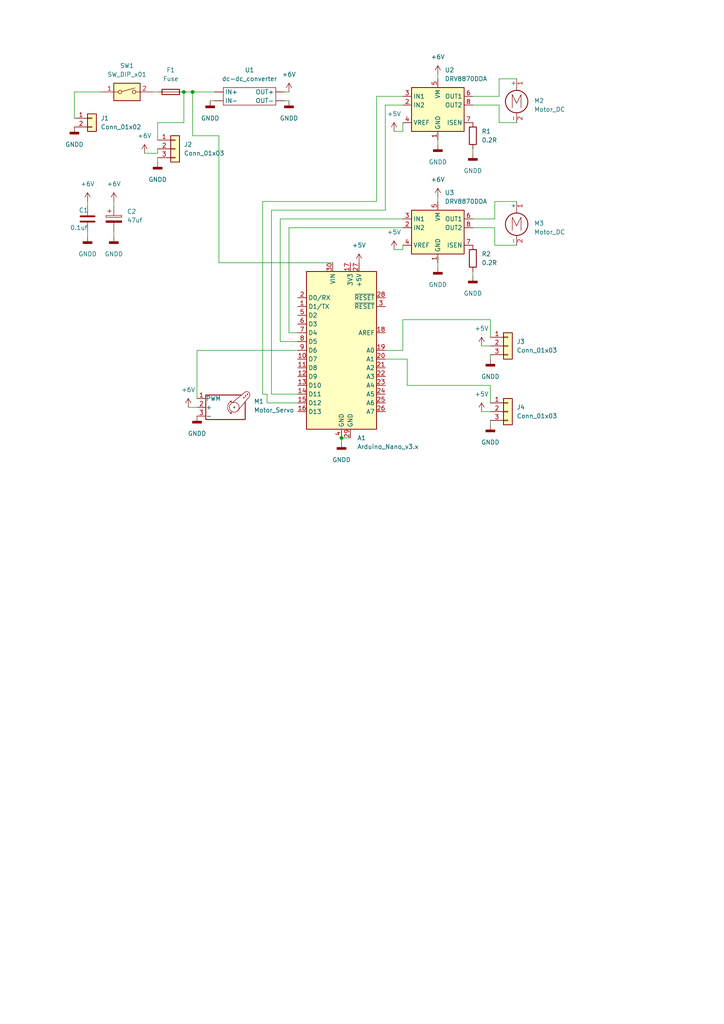
<source format=kicad_sch>
(kicad_sch (version 20211123) (generator eeschema)
  (paper "A4" portrait)
  (lib_symbols
    (symbol "Connector_Generic:Conn_01x02" (pin_names (offset 1.016) hide)
      (property "Reference" "J" (at 0 2.54 0))
      (property "Value" "Conn_01x02" (at 0 -5.08 0))
      (symbol "Conn_01x02_1_1"
        (rectangle (start -1.27 -2.413) (end 0 -2.667) (stroke (width 0.1524)))
        (rectangle (start -1.27 0.127) (end 0 -0.127) (stroke (width 0.1524)))
        (rectangle (start -1.27 1.27) (end 1.27 -3.81) (stroke (width 0.254)) (fill (type background)))
        (pin passive line (at -5.08 0 0) (length 3.81) (name "Pin_1") (number "1"))
        (pin passive line (at -5.08 -2.54 0) (length 3.81) (name "Pin_2") (number "2"))
      )
    )
    (symbol "Connector_Generic:Conn_01x03" (pin_names (offset 1.016) hide)
      (property "Reference" "J" (at 0 5.08 0))
      (property "Value" "Conn_01x03" (at 0 -5.08 0))
      (symbol "Conn_01x03_1_1"
        (rectangle (start -1.27 -2.413) (end 0 -2.667) (stroke (width 0.1524)))
        (rectangle (start -1.27 0.127) (end 0 -0.127) (stroke (width 0.1524)))
        (rectangle (start -1.27 2.667) (end 0 2.413) (stroke (width 0.1524)))
        (rectangle (start -1.27 3.81) (end 1.27 -3.81) (stroke (width 0.254)) (fill (type background)))
        (pin passive line (at -5.08 2.54 0) (length 3.81) (name "Pin_1") (number "1"))
        (pin passive line (at -5.08 0 0) (length 3.81) (name "Pin_2") (number "2"))
        (pin passive line (at -5.08 -2.54 0) (length 3.81) (name "Pin_3") (number "3"))
      )
    )
    (symbol "Device:C" (pin_numbers hide) (pin_names (offset 0.254))
      (property "Reference" "C" (at 0.635 2.54 0))
      (property "Value" "C" (at 0.635 -2.54 0))
      (symbol "C_0_1"
        (polyline (pts (xy -2.032 -0.762) (xy 2.032 -0.762)) (stroke (width 0.508)))
        (polyline (pts (xy -2.032 0.762) (xy 2.032 0.762)) (stroke (width 0.508)))
      )
      (symbol "C_1_1"
        (pin passive line (at 0 3.81 270) (length 2.794) (name "~") (number "1"))
        (pin passive line (at 0 -3.81 90) (length 2.794) (name "~") (number "2"))
      )
    )
    (symbol "Device:C_Polarized" (pin_numbers hide) (pin_names (offset 0.254))
      (property "Reference" "C" (at 0.635 2.54 0))
      (property "Value" "C_Polarized" (at 0.635 -2.54 0))
      (symbol "C_Polarized_0_1"
        (rectangle (start -2.286 0.508) (end 2.286 1.016))
        (polyline (pts (xy -1.778 2.286) (xy -0.762 2.286)))
        (polyline (pts (xy -1.27 2.794) (xy -1.27 1.778)))
        (rectangle (start 2.286 -0.508) (end -2.286 -1.016) (fill (type outline)))
      )
      (symbol "C_Polarized_1_1"
        (pin passive line (at 0 3.81 270) (length 2.794) (name "~") (number "1"))
        (pin passive line (at 0 -3.81 90) (length 2.794) (name "~") (number "2"))
      )
    )
    (symbol "Device:Fuse" (pin_numbers hide) (pin_names (offset 0))
      (property "Reference" "F" (at 2.032 0 90))
      (property "Value" "Fuse" (at -1.905 0 90))
      (symbol "Fuse_0_1"
        (rectangle (start -0.762 -2.54) (end 0.762 2.54) (stroke (width 0.254)))
        (polyline (pts (xy 0 2.54) (xy 0 -2.54)))
      )
      (symbol "Fuse_1_1"
        (pin passive line (at 0 3.81 270) (length 1.27) (name "~") (number "1"))
        (pin passive line (at 0 -3.81 90) (length 1.27) (name "~") (number "2"))
      )
    )
    (symbol "Device:R" (pin_numbers hide) (pin_names (offset 0))
      (property "Reference" "R" (at 2.032 0 90))
      (property "Value" "R" (at 0 0 90))
      (symbol "R_0_1"
        (rectangle (start -1.016 -2.54) (end 1.016 2.54) (stroke (width 0.254)))
      )
      (symbol "R_1_1"
        (pin passive line (at 0 3.81 270) (length 1.27) (name "~") (number "1"))
        (pin passive line (at 0 -3.81 90) (length 1.27) (name "~") (number "2"))
      )
    )
    (symbol "Driver_Motor:DRV8870DDA"
      (property "Reference" "U" (at -6.35 6.35 0))
      (property "Value" "DRV8870DDA" (at 8.89 6.35 0))
      (symbol "DRV8870DDA_0_1"
        (rectangle (start -7.62 5.08) (end 7.62 -7.62) (stroke (width 0.254)) (fill (type background)))
      )
      (symbol "DRV8870DDA_1_1"
        (pin power_in line (at 0 -10.16 90) (length 2.54) (name "GND") (number "1"))
        (pin input line (at -10.16 0 0) (length 2.54) (name "IN2") (number "2"))
        (pin input line (at -10.16 2.54 0) (length 2.54) (name "IN1") (number "3"))
        (pin input line (at -10.16 -5.08 0) (length 2.54) (name "VREF") (number "4"))
        (pin power_in line (at 0 7.62 270) (length 2.54) (name "VM") (number "5"))
        (pin output line (at 10.16 2.54 180) (length 2.54) (name "OUT1") (number "6"))
        (pin passive line (at 10.16 -5.08 180) (length 2.54) (name "ISEN") (number "7"))
        (pin output line (at 10.16 0 180) (length 2.54) (name "OUT2") (number "8"))
        (pin passive line (at 0 -10.16 90) (length 2.54) hide (name "GND") (number "9"))
      )
    )
    (symbol "MCU_Module:Arduino_Nano_v3.x"
      (property "Reference" "A" (at -10.16 23.495 0))
      (property "Value" "Arduino_Nano_v3.x" (at 5.08 -24.13 0))
      (symbol "Arduino_Nano_v3.x_0_1"
        (rectangle (start -10.16 22.86) (end 10.16 -22.86) (stroke (width 0.254)) (fill (type background)))
      )
      (symbol "Arduino_Nano_v3.x_1_1"
        (pin bidirectional line (at -12.7 12.7 0) (length 2.54) (name "D1/TX") (number "1"))
        (pin bidirectional line (at -12.7 -2.54 0) (length 2.54) (name "D7") (number "10"))
        (pin bidirectional line (at -12.7 -5.08 0) (length 2.54) (name "D8") (number "11"))
        (pin bidirectional line (at -12.7 -7.62 0) (length 2.54) (name "D9") (number "12"))
        (pin bidirectional line (at -12.7 -10.16 0) (length 2.54) (name "D10") (number "13"))
        (pin bidirectional line (at -12.7 -12.7 0) (length 2.54) (name "D11") (number "14"))
        (pin bidirectional line (at -12.7 -15.24 0) (length 2.54) (name "D12") (number "15"))
        (pin bidirectional line (at -12.7 -17.78 0) (length 2.54) (name "D13") (number "16"))
        (pin power_out line (at 2.54 25.4 270) (length 2.54) (name "3V3") (number "17"))
        (pin input line (at 12.7 5.08 180) (length 2.54) (name "AREF") (number "18"))
        (pin bidirectional line (at 12.7 0 180) (length 2.54) (name "A0") (number "19"))
        (pin bidirectional line (at -12.7 15.24 0) (length 2.54) (name "D0/RX") (number "2"))
        (pin bidirectional line (at 12.7 -2.54 180) (length 2.54) (name "A1") (number "20"))
        (pin bidirectional line (at 12.7 -5.08 180) (length 2.54) (name "A2") (number "21"))
        (pin bidirectional line (at 12.7 -7.62 180) (length 2.54) (name "A3") (number "22"))
        (pin bidirectional line (at 12.7 -10.16 180) (length 2.54) (name "A4") (number "23"))
        (pin bidirectional line (at 12.7 -12.7 180) (length 2.54) (name "A5") (number "24"))
        (pin bidirectional line (at 12.7 -15.24 180) (length 2.54) (name "A6") (number "25"))
        (pin bidirectional line (at 12.7 -17.78 180) (length 2.54) (name "A7") (number "26"))
        (pin power_out line (at 5.08 25.4 270) (length 2.54) (name "+5V") (number "27"))
        (pin input line (at 12.7 15.24 180) (length 2.54) (name "~{RESET}") (number "28"))
        (pin power_in line (at 2.54 -25.4 90) (length 2.54) (name "GND") (number "29"))
        (pin input line (at 12.7 12.7 180) (length 2.54) (name "~{RESET}") (number "3"))
        (pin power_in line (at -2.54 25.4 270) (length 2.54) (name "VIN") (number "30"))
        (pin power_in line (at 0 -25.4 90) (length 2.54) (name "GND") (number "4"))
        (pin bidirectional line (at -12.7 10.16 0) (length 2.54) (name "D2") (number "5"))
        (pin bidirectional line (at -12.7 7.62 0) (length 2.54) (name "D3") (number "6"))
        (pin bidirectional line (at -12.7 5.08 0) (length 2.54) (name "D4") (number "7"))
        (pin bidirectional line (at -12.7 2.54 0) (length 2.54) (name "D5") (number "8"))
        (pin bidirectional line (at -12.7 0 0) (length 2.54) (name "D6") (number "9"))
      )
    )
    (symbol "Motor:Motor_DC" (pin_names (offset 0))
      (property "Reference" "M" (at 2.54 2.54 0))
      (property "Value" "Motor_DC" (at 2.54 -5.08 0))
      (symbol "Motor_DC_0_0"
        (polyline (pts (xy -1.27 -3.302) (xy -1.27 0.508) (xy 0 -2.032) (xy 1.27 0.508) (xy 1.27 -3.302)))
      )
      (symbol "Motor_DC_0_1"
        (circle (center 0 -1.524) (radius 3.2512) (stroke (width 0.254)))
        (polyline (pts (xy 0 -7.62) (xy 0 -7.112)))
        (polyline (pts (xy 0 -4.7752) (xy 0 -5.1816)))
        (polyline (pts (xy 0 1.7272) (xy 0 2.0828)))
        (polyline (pts (xy 0 2.032) (xy 0 2.54)))
      )
      (symbol "Motor_DC_1_1"
        (pin passive line (at 0 5.08 270) (length 2.54) (name "+") (number "1"))
        (pin passive line (at 0 -7.62 90) (length 2.54) (name "-") (number "2"))
      )
    )
    (symbol "Motor:Motor_Servo" (pin_names (offset 0.0254))
      (property "Reference" "M" (at -5.08 4.445 0))
      (property "Value" "Motor_Servo" (at -5.08 -4.064 0))
      (symbol "Motor_Servo_0_1"
        (polyline (pts (xy 2.413 -1.778) (xy 2.032 -1.778)))
        (polyline (pts (xy 2.413 -1.778) (xy 2.286 -1.397)))
        (polyline (pts (xy 2.413 1.778) (xy 1.905 1.778)))
        (polyline (pts (xy 2.413 1.778) (xy 2.286 1.397)))
        (polyline (pts (xy 6.35 4.445) (xy 2.54 1.27)))
        (polyline (pts (xy 7.62 3.175) (xy 4.191 -1.016)))
        (polyline (pts (xy 5.08 3.556) (xy -5.08 3.556) (xy -5.08 -3.556) (xy 6.35 -3.556) (xy 6.35 1.524)) (stroke (width 0.254)))
        (arc (start 2.413 1.778) (mid 1.2406 0) (end 2.413 -1.778))
        (circle (center 3.175 0) (radius 0.1778))
        (circle (center 3.175 0) (radius 1.4224))
        (circle (center 5.969 2.794) (radius 0.127))
        (circle (center 6.477 3.302) (radius 0.127))
        (circle (center 6.985 3.81) (radius 0.127))
        (arc (start 7.62 3.175) (mid 7.4485 4.2735) (end 6.35 4.445))
      )
      (symbol "Motor_Servo_1_1"
        (pin passive line (at -7.62 2.54 0) (length 2.54) (name "PWM") (number "1"))
        (pin passive line (at -7.62 0 0) (length 2.54) (name "+") (number "2"))
        (pin passive line (at -7.62 -2.54 0) (length 2.54) (name "-") (number "3"))
      )
    )
    (symbol "Switch:SW_DIP_x01" (pin_names (offset 0) hide)
      (property "Reference" "SW" (at 0 3.81 0))
      (property "Value" "SW_DIP_x01" (at 0 -3.81 0))
      (symbol "SW_DIP_x01_0_0"
        (circle (center -2.032 0) (radius 0.508))
        (polyline (pts (xy -1.524 0.127) (xy 2.3622 1.1684)))
        (circle (center 2.032 0) (radius 0.508))
      )
      (symbol "SW_DIP_x01_0_1"
        (rectangle (start -3.81 2.54) (end 3.81 -2.54) (stroke (width 0.254)) (fill (type background)))
      )
      (symbol "SW_DIP_x01_1_1"
        (pin passive line (at -7.62 0 0) (length 5.08) (name "~") (number "1"))
        (pin passive line (at 7.62 0 180) (length 5.08) (name "~") (number "2"))
      )
    )
    (symbol "power:+5V" (power) (pin_names (offset 0))
      (property "Value" "+5V" (at 0 3.556 0))
      (symbol "+5V_0_1"
        (polyline (pts (xy -0.762 1.27) (xy 0 2.54)))
        (polyline (pts (xy 0 0) (xy 0 2.54)))
        (polyline (pts (xy 0 2.54) (xy 0.762 1.27)))
      )
      (symbol "+5V_1_1"
        (pin power_in line (at 0 0 90) (length 0) hide (name "+5V") (number "1"))
      )
    )
    (symbol "power:+6V" (power) (pin_names (offset 0))
      (property "Value" "+6V" (at 0 3.556 0))
      (symbol "+6V_0_1"
        (polyline (pts (xy -0.762 1.27) (xy 0 2.54)))
        (polyline (pts (xy 0 0) (xy 0 2.54)))
        (polyline (pts (xy 0 2.54) (xy 0.762 1.27)))
      )
      (symbol "+6V_1_1"
        (pin power_in line (at 0 0 90) (length 0) hide (name "+6V") (number "1"))
      )
    )
    (symbol "power:GNDD" (power) (pin_names (offset 0))
      (property "Value" "GNDD" (at 0 -3.175 0))
      (symbol "GNDD_0_1"
        (rectangle (start -1.27 -1.524) (end 1.27 -2.032) (stroke (width 0.254)) (fill (type outline)))
        (polyline (pts (xy 0 0) (xy 0 -1.524)))
      )
      (symbol "GNDD_1_1"
        (pin power_in line (at 0 0 270) (length 0) hide (name "GNDD") (number "1"))
      )
    )
    (symbol "predprof:dc-dc_converter"
      (property "Reference" "U" (at 0 0 0))
      (property "Value" "dc-dc_converter" (at 0 0 0))
      (symbol "dc-dc_converter_0_1"
        (rectangle (start -7.62 -7.62) (end 7.62 -2.54))
      )
      (symbol "dc-dc_converter_1_1"
        (pin input line (at -10.16 -3.81 0) (length 2.54) (name "IN+") (number ""))
        (pin input line (at -10.16 -6.35 0) (length 2.54) (name "IN-") (number ""))
        (pin output line (at 10.16 -3.81 180) (length 2.54) (name "OUT+") (number ""))
        (pin output line (at 10.16 -6.35 180) (length 2.54) (name "OUT-") (number ""))
      )
    )
  )
  (junction (at 99.06 127))
  (junction (at 55.88 26.67))
  (junction (at 53.34 26.67))
  (wire (pts (xy 76.2 114.3) (xy 77.47 114.3)))
  (wire (pts (xy 142.24 121.92) (xy 142.24 123.19)))
  (wire (pts (xy 111.76 60.96) (xy 78.74 60.96)))
  (wire (pts (xy 63.5 76.2) (xy 63.5 39.37)))
  (wire (pts (xy 33.02 67.31) (xy 33.02 68.58)))
  (wire (pts (xy 142.24 92.71) (xy 116.84 92.71)))
  (wire (pts (xy 116.84 35.56) (xy 116.84 38.1)))
  (wire (pts (xy 142.24 97.79) (xy 142.24 92.71)))
  (wire (pts (xy 127 21.59) (xy 127 22.86)))
  (wire (pts (xy 57.15 101.6) (xy 86.36 101.6)))
  (wire (pts (xy 55.88 26.67) (xy 62.23 26.67)))
  (wire (pts (xy 142.24 116.84) (xy 142.24 111.76)))
  (wire (pts (xy 143.51 66.04) (xy 143.51 71.12)))
  (wire (pts (xy 116.84 72.39) (xy 114.3 72.39)))
  (wire (pts (xy 96.52 76.2) (xy 63.5 76.2)))
  (wire (pts (xy 21.59 26.67) (xy 29.21 26.67)))
  (wire (pts (xy 81.28 63.5) (xy 81.28 99.06)))
  (wire (pts (xy 137.16 27.94) (xy 144.78 27.94)))
  (wire (pts (xy 142.24 111.76) (xy 118.11 111.76)))
  (wire (pts (xy 86.36 114.3) (xy 78.74 114.3)))
  (wire (pts (xy 127 57.15) (xy 127 58.42)))
  (wire (pts (xy 99.06 128.27) (xy 99.06 127)))
  (wire (pts (xy 57.15 101.6) (xy 57.15 115.57)))
  (wire (pts (xy 139.7 119.38) (xy 142.24 119.38)))
  (wire (pts (xy 116.84 66.04) (xy 83.82 66.04)))
  (wire (pts (xy 45.72 26.67) (xy 44.45 26.67)))
  (wire (pts (xy 127 41.91) (xy 127 40.64)))
  (wire (pts (xy 25.4 58.42) (xy 25.4 59.69)))
  (wire (pts (xy 76.2 58.42) (xy 76.2 114.3)))
  (wire (pts (xy 137.16 30.48) (xy 144.78 30.48)))
  (wire (pts (xy 144.78 22.86) (xy 149.86 22.86)))
  (wire (pts (xy 127 77.47) (xy 127 76.2)))
  (wire (pts (xy 116.84 71.12) (xy 116.84 72.39)))
  (wire (pts (xy 116.84 38.1) (xy 114.3 38.1)))
  (wire (pts (xy 45.72 44.45) (xy 45.72 43.18)))
  (wire (pts (xy 78.74 60.96) (xy 78.74 114.3)))
  (wire (pts (xy 33.02 58.42) (xy 33.02 59.69)))
  (wire (pts (xy 99.06 127) (xy 101.6 127)))
  (wire (pts (xy 21.59 26.67) (xy 21.59 34.29)))
  (wire (pts (xy 54.61 118.11) (xy 57.15 118.11)))
  (wire (pts (xy 137.16 44.45) (xy 137.16 43.18)))
  (wire (pts (xy 116.84 63.5) (xy 81.28 63.5)))
  (wire (pts (xy 118.11 104.14) (xy 111.76 104.14)))
  (wire (pts (xy 83.82 26.67) (xy 82.55 26.67)))
  (wire (pts (xy 118.11 104.14) (xy 118.11 111.76)))
  (wire (pts (xy 81.28 99.06) (xy 86.36 99.06)))
  (wire (pts (xy 25.4 67.31) (xy 25.4 68.58)))
  (wire (pts (xy 144.78 35.56) (xy 149.86 35.56)))
  (wire (pts (xy 137.16 63.5) (xy 143.51 63.5)))
  (wire (pts (xy 143.51 63.5) (xy 143.51 58.42)))
  (wire (pts (xy 116.84 30.48) (xy 111.76 30.48)))
  (wire (pts (xy 116.84 92.71) (xy 116.84 101.6)))
  (wire (pts (xy 77.47 116.84) (xy 86.36 116.84)))
  (wire (pts (xy 142.24 104.14) (xy 142.24 102.87)))
  (wire (pts (xy 137.16 66.04) (xy 143.51 66.04)))
  (wire (pts (xy 116.84 101.6) (xy 111.76 101.6)))
  (wire (pts (xy 109.22 58.42) (xy 76.2 58.42)))
  (wire (pts (xy 109.22 27.94) (xy 109.22 58.42)))
  (wire (pts (xy 143.51 71.12) (xy 149.86 71.12)))
  (wire (pts (xy 139.7 100.33) (xy 142.24 100.33)))
  (wire (pts (xy 53.34 35.56) (xy 53.34 26.67)))
  (wire (pts (xy 63.5 39.37) (xy 55.88 39.37)))
  (wire (pts (xy 45.72 46.99) (xy 45.72 45.72)))
  (wire (pts (xy 143.51 58.42) (xy 149.86 58.42)))
  (wire (pts (xy 116.84 27.94) (xy 109.22 27.94)))
  (wire (pts (xy 77.47 114.3) (xy 77.47 116.84)))
  (wire (pts (xy 137.16 80.01) (xy 137.16 78.74)))
  (wire (pts (xy 45.72 40.64) (xy 45.72 35.56)))
  (wire (pts (xy 111.76 30.48) (xy 111.76 60.96)))
  (wire (pts (xy 83.82 29.21) (xy 82.55 29.21)))
  (wire (pts (xy 144.78 27.94) (xy 144.78 22.86)))
  (wire (pts (xy 144.78 30.48) (xy 144.78 35.56)))
  (wire (pts (xy 45.72 35.56) (xy 53.34 35.56)))
  (wire (pts (xy 60.96 29.21) (xy 62.23 29.21)))
  (wire (pts (xy 53.34 26.67) (xy 55.88 26.67)))
  (wire (pts (xy 83.82 96.52) (xy 86.36 96.52)))
  (wire (pts (xy 83.82 66.04) (xy 83.82 96.52)))
  (wire (pts (xy 41.91 44.45) (xy 45.72 44.45)))
  (wire (pts (xy 55.88 26.67) (xy 55.88 39.37)))
  (symbol (lib_id "Driver_Motor:DRV8870DDA") (at 127 66.04 0) (unit 1)
    (property "Reference" "U3" (at 129.0194 55.88 0) (effects (justify left)))
    (property "Value" "DRV8870DDA" (at 129.0194 58.42 0) (effects (justify left)))
    (property "Footprint" "Package_SO:HSOP-8-1EP_3.9x4.9mm_P1.27mm_EP2.3x2.3mm" (effects hide))
    (property "Datasheet" "http://www.ti.com/lit/ds/symlink/drv8870.pdf" (effects hide))
  )
  (symbol (lib_id "Device:Fuse") (at 49.53 26.67 270) (unit 1)
    (property "Reference" "F1" (at 49.53 20.32 90))
    (property "Value" "Fuse" (at 49.53 22.86 90))
    (property "Footprint" "Fuse:Fuse_1812_4532Metric_Pad1.30x3.40mm_HandSolder" (effects hide))
  )
  (symbol (lib_id "power:GNDD") (at 45.72 46.99 0) (unit 1)
    (property "Reference" "#PWR07" (effects hide))
    (property "Value" "GNDD" (at 45.72 52.07 0))
  )
  (symbol (lib_id "Motor:Motor_Servo") (at 64.77 118.11 0) (unit 1)
    (property "Reference" "M1" (at 73.66 116.4065 0) (effects (justify left)))
    (property "Value" "Motor_Servo" (at 73.66 118.9465 0) (effects (justify left)))
    (property "Footprint" "Connector_PinHeader_2.54mm:PinHeader_1x03_P2.54mm_Vertical" (effects hide))
    (property "Datasheet" "http://forums.parallax.com/uploads/attachments/46831/74481.png" (effects hide))
  )
  (symbol (lib_id "power:+5V") (at 104.14 76.2 0) (unit 1)
    (property "Reference" "#PWR014" (effects hide))
    (property "Value" "+5V" (at 104.14 71.12 0))
  )
  (symbol (lib_id "power:GNDD") (at 60.96 29.21 0) (unit 1)
    (property "Reference" "#PWR010" (effects hide))
    (property "Value" "GNDD" (at 60.96 34.29 0))
  )
  (symbol (lib_id "Device:R") (at 137.16 39.37 0) (unit 1)
    (property "Reference" "R1" (at 139.7 38.0999 0) (effects (justify left)))
    (property "Value" "0.2R" (at 139.7 40.6399 0) (effects (justify left)))
    (property "Footprint" "Resistor_SMD:R_2512_6332Metric" (effects hide))
  )
  (symbol (lib_id "power:+6V") (at 25.4 58.42 0) (unit 1)
    (property "Reference" "#PWR02" (effects hide))
    (property "Value" "+6V" (at 25.4 53.34 0))
  )
  (symbol (lib_id "power:GNDD") (at 33.02 68.58 0) (unit 1)
    (property "Reference" "#PWR05" (effects hide))
    (property "Value" "GNDD" (at 33.02 73.66 0))
  )
  (symbol (lib_id "power:+6V") (at 33.02 58.42 0) (unit 1)
    (property "Reference" "#PWR04" (effects hide))
    (property "Value" "+6V" (at 33.02 53.34 0))
  )
  (symbol (lib_id "power:GNDD") (at 127 41.91 0) (unit 1)
    (property "Reference" "#PWR018" (effects hide))
    (property "Value" "GNDD" (at 127 46.99 0))
  )
  (symbol (lib_id "power:+5V") (at 139.7 119.38 0) (unit 1)
    (property "Reference" "#PWR024" (effects hide))
    (property "Value" "+5V" (at 139.7 114.3 0))
  )
  (symbol (lib_id "power:GNDD") (at 127 77.47 0) (unit 1)
    (property "Reference" "#PWR020" (effects hide))
    (property "Value" "GNDD" (at 127 82.55 0))
  )
  (symbol (lib_id "Motor:Motor_DC") (at 149.86 27.94 0) (unit 1)
    (property "Reference" "M2" (at 154.94 29.2099 0) (effects (justify left)))
    (property "Value" "Motor_DC" (at 154.94 31.7499 0) (effects (justify left)))
    (property "Footprint" "Connector_PinHeader_2.54mm:PinHeader_1x02_P2.54mm_Vertical" (effects hide))
  )
  (symbol (lib_id "Device:C_Polarized") (at 33.02 63.5 0) (unit 1)
    (property "Reference" "C2" (at 36.83 61.3409 0) (effects (justify left)))
    (property "Value" "47uf" (at 36.83 63.8809 0) (effects (justify left)))
    (property "Footprint" "Capacitor_SMD:CP_Elec_4x5.4" (effects hide))
  )
  (symbol (lib_id "power:GNDD") (at 25.4 68.58 0) (unit 1)
    (property "Reference" "#PWR03" (effects hide))
    (property "Value" "GNDD" (at 25.4 73.66 0))
  )
  (symbol (lib_id "power:+5V") (at 139.7 100.33 0) (unit 1)
    (property "Reference" "#PWR023" (effects hide))
    (property "Value" "+5V" (at 139.7 95.25 0))
  )
  (symbol (lib_id "Switch:SW_DIP_x01") (at 36.83 26.67 0) (unit 1)
    (property "Reference" "SW1" (at 36.83 19.05 0))
    (property "Value" "SW_DIP_x01" (at 36.83 21.59 0))
    (property "Footprint" "Connector_PinHeader_2.54mm:PinHeader_1x02_P2.54mm_Vertical" (effects hide))
  )
  (symbol (lib_id "power:+6V") (at 41.91 44.45 0) (unit 1)
    (property "Reference" "#PWR06" (effects hide))
    (property "Value" "+6V" (at 41.91 39.37 0))
  )
  (symbol (lib_id "power:GNDD") (at 21.59 36.83 0) (unit 1)
    (property "Reference" "#PWR01" (effects hide))
    (property "Value" "GNDD" (at 21.59 41.91 0))
  )
  (symbol (lib_id "power:GNDD") (at 137.16 80.01 0) (unit 1)
    (property "Reference" "#PWR022" (effects hide))
    (property "Value" "GNDD" (at 137.16 85.09 0))
  )
  (symbol (lib_id "MCU_Module:Arduino_Nano_v3.x") (at 99.06 101.6 0) (unit 1)
    (property "Reference" "A1" (at 103.6194 127 0) (effects (justify left)))
    (property "Value" "Arduino_Nano_v3.x" (at 103.6194 129.54 0) (effects (justify left)))
    (property "Footprint" "Module:Arduino_Nano" (effects hide))
    (property "Datasheet" "http://www.mouser.com/pdfdocs/Gravitech_Arduino_Nano3_0.pdf" (effects hide))
  )
  (symbol (lib_id "power:GNDD") (at 57.15 120.65 0) (unit 1)
    (property "Reference" "#PWR09" (effects hide))
    (property "Value" "GNDD" (at 57.15 125.73 0))
  )
  (symbol (lib_id "power:+5V") (at 114.3 72.39 0) (unit 1)
    (property "Reference" "#PWR016" (effects hide))
    (property "Value" "+5V" (at 114.3 67.31 0))
  )
  (symbol (lib_id "Device:C") (at 25.4 63.5 0) (unit 1)
    (property "Reference" "C1" (at 22.86 60.96 0) (effects (justify left)))
    (property "Value" "0.1uf" (at 20.32 66.04 0) (effects (justify left)))
    (property "Footprint" "Capacitor_SMD:C_0603_1608Metric_Pad1.08x0.95mm_HandSolder" (effects hide))
  )
  (symbol (lib_id "Connector_Generic:Conn_01x03") (at 50.8 43.18 0) (unit 1)
    (property "Reference" "J2" (at 53.34 41.9099 0) (effects (justify left)))
    (property "Value" "Conn_01x03" (at 53.34 44.4499 0) (effects (justify left)))
    (property "Footprint" "Connector_PinSocket_2.54mm:PinSocket_1x03_P2.54mm_Vertical" (effects hide))
  )
  (symbol (lib_id "power:GNDD") (at 142.24 123.19 0) (unit 1)
    (property "Reference" "#PWR026" (effects hide))
    (property "Value" "GNDD" (at 142.24 128.27 0))
  )
  (symbol (lib_id "power:GNDD") (at 99.06 128.27 0) (unit 1)
    (property "Reference" "#PWR013" (effects hide))
    (property "Value" "GNDD" (at 99.06 133.35 0))
  )
  (symbol (lib_id "Driver_Motor:DRV8870DDA") (at 127 30.48 0) (unit 1)
    (property "Reference" "U2" (at 129.0194 20.32 0) (effects (justify left)))
    (property "Value" "DRV8870DDA" (at 129.0194 22.86 0) (effects (justify left)))
    (property "Footprint" "Package_SO:HSOP-8-1EP_3.9x4.9mm_P1.27mm_EP2.3x2.3mm" (effects hide))
    (property "Datasheet" "http://www.ti.com/lit/ds/symlink/drv8870.pdf" (effects hide))
  )
  (symbol (lib_id "Motor:Motor_DC") (at 149.86 63.5 0) (unit 1)
    (property "Reference" "M3" (at 154.94 64.7699 0) (effects (justify left)))
    (property "Value" "Motor_DC" (at 154.94 67.3099 0) (effects (justify left)))
    (property "Footprint" "Connector_PinHeader_2.54mm:PinHeader_1x02_P2.54mm_Vertical" (effects hide))
  )
  (symbol (lib_id "power:+6V") (at 127 21.59 0) (unit 1)
    (property "Reference" "#PWR017" (effects hide))
    (property "Value" "+6V" (at 127 16.51 0))
  )
  (symbol (lib_id "Connector_Generic:Conn_01x03") (at 147.32 100.33 0) (unit 1)
    (property "Reference" "J3" (at 149.86 99.0599 0) (effects (justify left)))
    (property "Value" "Conn_01x03" (at 149.86 101.5999 0) (effects (justify left)))
    (property "Footprint" "Connector_PinHeader_2.54mm:PinHeader_1x03_P2.54mm_Vertical" (effects hide))
  )
  (symbol (lib_id "power:GNDD") (at 137.16 44.45 0) (unit 1)
    (property "Reference" "#PWR021" (effects hide))
    (property "Value" "GNDD" (at 137.16 49.53 0))
  )
  (symbol (lib_id "power:+6V") (at 54.61 118.11 0) (unit 1)
    (property "Reference" "#PWR08" (effects hide))
    (property "Value" "+6V" (at 54.61 113.03 0))
  )
  (symbol (lib_id "power:GNDD") (at 83.82 29.21 0) (unit 1)
    (property "Reference" "#PWR012" (effects hide))
    (property "Value" "GNDD" (at 83.82 34.29 0))
  )
  (symbol (lib_id "Connector_Generic:Conn_01x02") (at 26.67 34.29 0) (unit 1)
    (property "Reference" "J1" (at 29.21 34.2899 0) (effects (justify left)))
    (property "Value" "Conn_01x02" (at 29.21 36.8299 0) (effects (justify left)))
    (property "Footprint" "Connector_PinHeader_2.54mm:PinHeader_1x02_P2.54mm_Vertical" (effects hide))
  )
  (symbol (lib_id "power:+6V") (at 83.82 26.67 0) (unit 1)
    (property "Reference" "#PWR011" (effects hide))
    (property "Value" "+6V" (at 83.82 21.59 0))
  )
  (symbol (lib_id "Connector_Generic:Conn_01x03") (at 147.32 119.38 0) (unit 1)
    (property "Reference" "J4" (at 149.86 118.1099 0) (effects (justify left)))
    (property "Value" "Conn_01x03" (at 149.86 120.6499 0) (effects (justify left)))
    (property "Footprint" "Connector_PinHeader_2.54mm:PinHeader_1x03_P2.54mm_Vertical" (effects hide))
  )
  (symbol (lib_id "power:+5V") (at 114.3 38.1 0) (unit 1)
    (property "Reference" "#PWR015" (effects hide))
    (property "Value" "+5V" (at 114.3 33.02 0))
  )
  (symbol (lib_id "power:GNDD") (at 142.24 104.14 0) (unit 1)
    (property "Reference" "#PWR025" (effects hide))
    (property "Value" "GNDD" (at 142.24 109.22 0))
  )
  (symbol (lib_id "power:+6V") (at 127 57.15 0) (unit 1)
    (property "Reference" "#PWR019" (effects hide))
    (property "Value" "+6V" (at 127 52.07 0))
  )
  (symbol (lib_id "predprof:dc-dc_converter") (at 72.39 22.86 0) (unit 1)
    (property "Reference" "U1" (at 72.39 20.32 0))
    (property "Value" "dc-dc_converter" (at 72.39 22.86 0))
    (property "Footprint" "Eurobot_2025:dc-dc_Mini" (effects hide))
  )
  (symbol (lib_id "Device:R") (at 137.16 74.93 0) (unit 1)
    (property "Reference" "R2" (at 139.7 73.6599 0) (effects (justify left)))
    (property "Value" "0.2R" (at 139.7 76.1999 0) (effects (justify left)))
    (property "Footprint" "Resistor_SMD:R_2512_6332Metric" (effects hide))
  )
)
</source>
